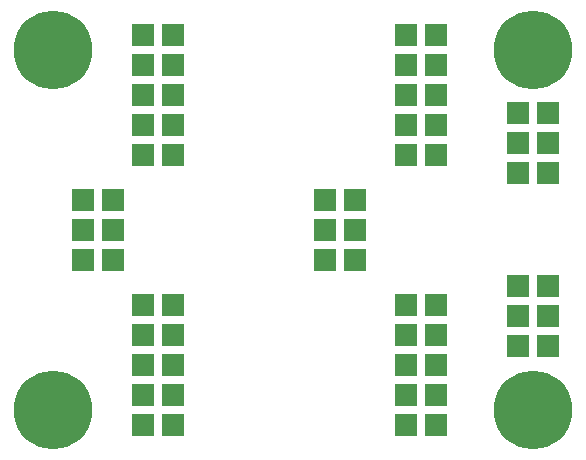
<source format=gbr>
G75*
G70*
%OFA0B0*%
%FSLAX24Y24*%
%IPPOS*%
%LPD*%
%AMOC8*
5,1,8,0,0,1.08239X$1,22.5*
%
%ADD10R,0.0730X0.0730*%
%ADD11C,0.2620*%
D10*
X005088Y005413D03*
X006088Y005413D03*
X006088Y006413D03*
X005088Y006413D03*
X005088Y007413D03*
X006088Y007413D03*
X006088Y008413D03*
X005088Y008413D03*
X005088Y009413D03*
X006088Y009413D03*
X004088Y010913D03*
X003088Y010913D03*
X003088Y011913D03*
X004088Y011913D03*
X004088Y012913D03*
X003088Y012913D03*
X005088Y014413D03*
X006088Y014413D03*
X006088Y015413D03*
X005088Y015413D03*
X005088Y016413D03*
X006088Y016413D03*
X006088Y017413D03*
X005088Y017413D03*
X005088Y018413D03*
X006088Y018413D03*
X011150Y012913D03*
X012150Y012913D03*
X012150Y011913D03*
X011150Y011913D03*
X011150Y010913D03*
X012150Y010913D03*
X013838Y009413D03*
X014838Y009413D03*
X014838Y008413D03*
X013838Y008413D03*
X013838Y007413D03*
X014838Y007413D03*
X014838Y006413D03*
X013838Y006413D03*
X013838Y005413D03*
X014838Y005413D03*
X017588Y008038D03*
X018588Y008038D03*
X018588Y009038D03*
X017588Y009038D03*
X017588Y010038D03*
X018588Y010038D03*
X018588Y013788D03*
X017588Y013788D03*
X017588Y014788D03*
X018588Y014788D03*
X018588Y015788D03*
X017588Y015788D03*
X014838Y015413D03*
X013838Y015413D03*
X013838Y016413D03*
X014838Y016413D03*
X014838Y017413D03*
X013838Y017413D03*
X013838Y018413D03*
X014838Y018413D03*
X014838Y014413D03*
X013838Y014413D03*
D11*
X018088Y017913D03*
X018088Y005913D03*
X002088Y005913D03*
X002088Y017913D03*
M02*

</source>
